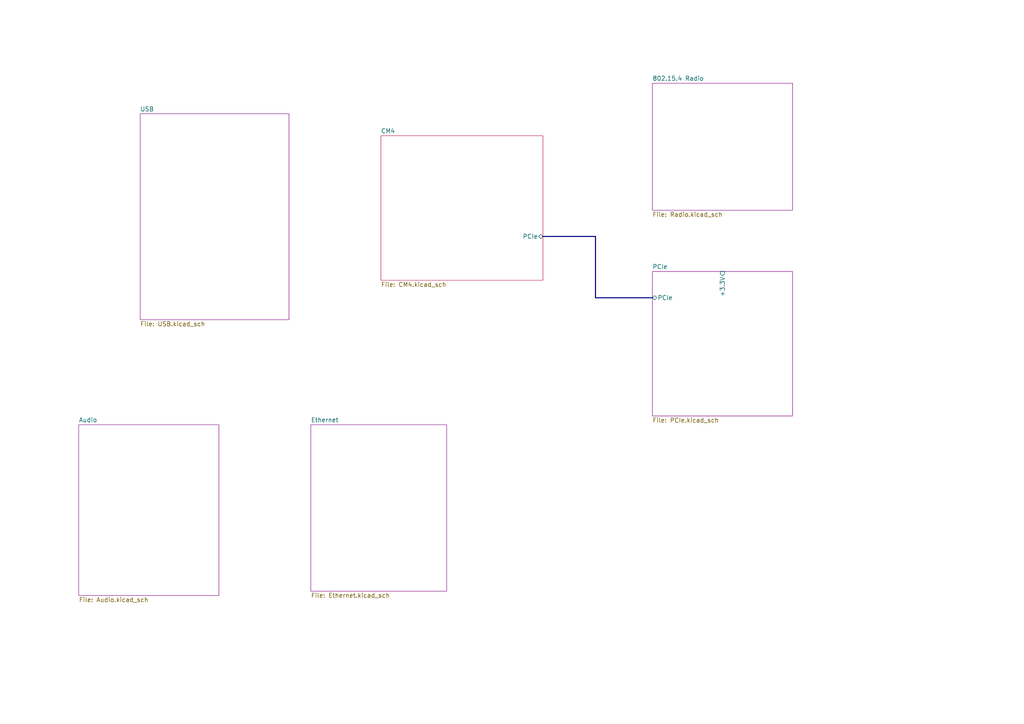
<source format=kicad_sch>
(kicad_sch (version 20201015) (generator eeschema)
  (paper "A4")
  (title_block (title "Light Blue") (date "2021-01-12") (rev "0.1") (company "Nabu Casa") (comment 2 "www.nabucasa.com"))
  (lib_symbols)
  (bus (pts (xy 157.48 68.58) (xy 172.72 68.58)))
  (bus (pts (xy 172.72 68.58) (xy 172.72 86.36)))
  (bus (pts (xy 172.72 86.36) (xy 189.23 86.36)))
  (sheet (at 189.23 24.13) (size 40.64 36.83) (stroke (width 0.001) (color 132 0 132 1)) (fill (color 255 255 255 0.0000))
    (property "Sheet name" "802.15.4 Radio" (at 189.23 23.4941 0) (effects (justify left bottom)))
    (property "Sheet file" "Radio.kicad_sch" (at 189.23 61.4689 0) (effects (justify left top)))
  )
  (sheet (at 22.86 123.19) (size 40.64 49.53) (stroke (width 0.001) (color 132 0 132 1)) (fill (color 255 255 255 0.0000))
    (property "Sheet name" "Audio" (at 22.86 122.5541 0) (effects (justify left bottom)))
    (property "Sheet file" "Audio.kicad_sch" (at 22.86 173.2289 0) (effects (justify left top)))
  )
  (sheet (at 110.49 39.37) (size 46.99 41.91) (stroke (width 0.001) (color 187 17 66 1)) (fill (color 255 255 255 0.0000))
    (property "Sheet name" "CM4" (at 110.49 38.7341 0) (effects (justify left bottom)))
    (property "Sheet file" "CM4.kicad_sch" (at 110.49 81.7889 0) (effects (justify left top)))
    (pin "PCIe" bidirectional (at 157.48 68.58 0))
  )
  (sheet (at 90.17 123.19) (size 39.37 48.26) (stroke (width 0.001) (color 132 0 132 1)) (fill (color 255 255 255 0.0000))
    (property "Sheet name" "Ethernet" (at 90.17 122.5541 0) (effects (justify left bottom)))
    (property "Sheet file" "Ethernet.kicad_sch" (at 90.17 171.9589 0) (effects (justify left top)))
  )
  (sheet (at 189.23 78.74) (size 40.64 41.91) (stroke (width 0.001) (color 132 0 132 1)) (fill (color 255 255 255 0.0000))
    (property "Sheet name" "PCIe" (at 189.23 78.1041 0) (effects (justify left bottom)))
    (property "Sheet file" "PCIe.kicad_sch" (at 189.23 121.1589 0) (effects (justify left top)))
    (pin "PCIe" bidirectional (at 189.23 86.36 180))
    (pin "+3.3V" input (at 209.55 78.74 90))
  )
  (sheet (at 40.64 33.02) (size 43.18 59.69) (stroke (width 0.001) (color 132 0 132 1)) (fill (color 255 255 255 0.0000))
    (property "Sheet name" "USB" (at 40.64 32.3841 0) (effects (justify left bottom)))
    (property "Sheet file" "USB.kicad_sch" (at 40.64 93.2189 0) (effects (justify left top)))
  )
)
</source>
